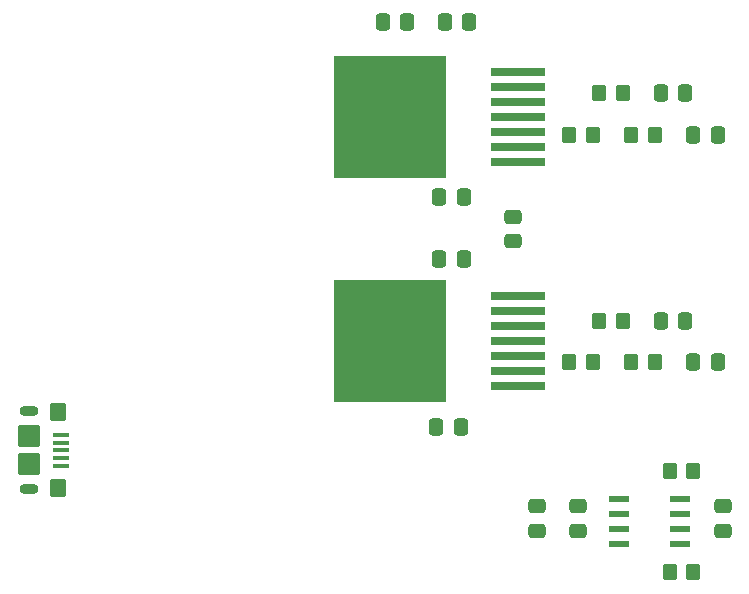
<source format=gtp>
%TF.GenerationSoftware,KiCad,Pcbnew,8.0.3-8.0.3-0~ubuntu22.04.1*%
%TF.CreationDate,2024-07-07T00:06:26-04:00*%
%TF.ProjectId,arm_drive_jl,61726d5f-6472-4697-9665-5f6a6c2e6b69,rev?*%
%TF.SameCoordinates,Original*%
%TF.FileFunction,Paste,Top*%
%TF.FilePolarity,Positive*%
%FSLAX46Y46*%
G04 Gerber Fmt 4.6, Leading zero omitted, Abs format (unit mm)*
G04 Created by KiCad (PCBNEW 8.0.3-8.0.3-0~ubuntu22.04.1) date 2024-07-07 00:06:26*
%MOMM*%
%LPD*%
G01*
G04 APERTURE LIST*
G04 Aperture macros list*
%AMRoundRect*
0 Rectangle with rounded corners*
0 $1 Rounding radius*
0 $2 $3 $4 $5 $6 $7 $8 $9 X,Y pos of 4 corners*
0 Add a 4 corners polygon primitive as box body*
4,1,4,$2,$3,$4,$5,$6,$7,$8,$9,$2,$3,0*
0 Add four circle primitives for the rounded corners*
1,1,$1+$1,$2,$3*
1,1,$1+$1,$4,$5*
1,1,$1+$1,$6,$7*
1,1,$1+$1,$8,$9*
0 Add four rect primitives between the rounded corners*
20,1,$1+$1,$2,$3,$4,$5,0*
20,1,$1+$1,$4,$5,$6,$7,0*
20,1,$1+$1,$6,$7,$8,$9,0*
20,1,$1+$1,$8,$9,$2,$3,0*%
G04 Aperture macros list end*
%ADD10RoundRect,0.250000X0.337500X0.475000X-0.337500X0.475000X-0.337500X-0.475000X0.337500X-0.475000X0*%
%ADD11O,1.600000X0.900000*%
%ADD12RoundRect,0.250000X-0.450000X0.550000X-0.450000X-0.550000X0.450000X-0.550000X0.450000X0.550000X0*%
%ADD13RoundRect,0.250000X-0.700000X0.700000X-0.700000X-0.700000X0.700000X-0.700000X0.700000X0.700000X0*%
%ADD14RoundRect,0.100000X-0.575000X0.100000X-0.575000X-0.100000X0.575000X-0.100000X0.575000X0.100000X0*%
%ADD15RoundRect,0.250000X0.475000X-0.337500X0.475000X0.337500X-0.475000X0.337500X-0.475000X-0.337500X0*%
%ADD16RoundRect,0.250000X-0.337500X-0.475000X0.337500X-0.475000X0.337500X0.475000X-0.337500X0.475000X0*%
%ADD17R,4.683400X0.762000*%
%ADD18R,9.557400X10.312400*%
%ADD19RoundRect,0.250000X0.350000X0.450000X-0.350000X0.450000X-0.350000X-0.450000X0.350000X-0.450000X0*%
%ADD20RoundRect,0.250000X-0.350000X-0.450000X0.350000X-0.450000X0.350000X0.450000X-0.350000X0.450000X0*%
%ADD21RoundRect,0.041300X-0.833700X-0.253700X0.833700X-0.253700X0.833700X0.253700X-0.833700X0.253700X0*%
G04 APERTURE END LIST*
D10*
%TO.C,C11*%
X94037500Y-64000000D03*
X91962500Y-64000000D03*
%TD*%
D11*
%TO.C,J6*%
X38500000Y-78275000D03*
D12*
X40950000Y-78175000D03*
D13*
X38500000Y-76175000D03*
X38500000Y-73775000D03*
D12*
X40950000Y-71775000D03*
D11*
X38500000Y-71675000D03*
D14*
X41175000Y-76275000D03*
X41175000Y-75625000D03*
X41175000Y-74975000D03*
X41175000Y-74325000D03*
X41175000Y-73675000D03*
%TD*%
D15*
%TO.C,C18*%
X85000000Y-81787500D03*
X85000000Y-79712500D03*
%TD*%
D16*
%TO.C,C8*%
X73212500Y-53500000D03*
X75287500Y-53500000D03*
%TD*%
D17*
%TO.C,U1*%
X79908300Y-50560000D03*
X79908300Y-49290000D03*
X79908300Y-48020000D03*
X79908300Y-46750000D03*
X79908300Y-45480000D03*
X79908300Y-44210000D03*
X79908300Y-42940000D03*
D18*
X69028700Y-46750000D03*
%TD*%
D15*
%TO.C,C7*%
X79500000Y-57287500D03*
X79500000Y-55212500D03*
%TD*%
D19*
%TO.C,R3*%
X89500000Y-48250000D03*
X91500000Y-48250000D03*
%TD*%
D10*
%TO.C,C4*%
X70537500Y-38750000D03*
X68462500Y-38750000D03*
%TD*%
D15*
%TO.C,C17*%
X81500000Y-81787500D03*
X81500000Y-79712500D03*
%TD*%
D20*
%TO.C,R8*%
X86750000Y-44750000D03*
X88750000Y-44750000D03*
%TD*%
D15*
%TO.C,C19*%
X97250000Y-81787500D03*
X97250000Y-79712500D03*
%TD*%
D10*
%TO.C,C10*%
X75787500Y-38750000D03*
X73712500Y-38750000D03*
%TD*%
D20*
%TO.C,R6*%
X86250000Y-48250000D03*
X84250000Y-48250000D03*
%TD*%
%TO.C,R9*%
X86750000Y-64000000D03*
X88750000Y-64000000D03*
%TD*%
D17*
%TO.C,U2*%
X79908300Y-69560000D03*
X79908300Y-68290000D03*
X79908300Y-67020000D03*
X79908300Y-65750000D03*
X79908300Y-64480000D03*
X79908300Y-63210000D03*
X79908300Y-61940000D03*
D18*
X69028700Y-65750000D03*
%TD*%
D20*
%TO.C,R13*%
X92750000Y-85250000D03*
X94750000Y-85250000D03*
%TD*%
D16*
%TO.C,C12*%
X96787500Y-48250000D03*
X94712500Y-48250000D03*
%TD*%
D20*
%TO.C,R7*%
X84250000Y-67500000D03*
X86250000Y-67500000D03*
%TD*%
D10*
%TO.C,C5*%
X75287500Y-58750000D03*
X73212500Y-58750000D03*
%TD*%
%TO.C,C6*%
X94037500Y-44750000D03*
X91962500Y-44750000D03*
%TD*%
D19*
%TO.C,R12*%
X94750000Y-76750000D03*
X92750000Y-76750000D03*
%TD*%
D21*
%TO.C,U5*%
X88415000Y-79095000D03*
X88415000Y-80365000D03*
X88415000Y-81635000D03*
X88415000Y-82905000D03*
X93585000Y-82905000D03*
X93585000Y-81635000D03*
X93585000Y-80365000D03*
X93585000Y-79095000D03*
%TD*%
D20*
%TO.C,R4*%
X89500000Y-67500000D03*
X91500000Y-67500000D03*
%TD*%
D16*
%TO.C,C13*%
X94712500Y-67500000D03*
X96787500Y-67500000D03*
%TD*%
%TO.C,C9*%
X72962500Y-73000000D03*
X75037500Y-73000000D03*
%TD*%
M02*

</source>
